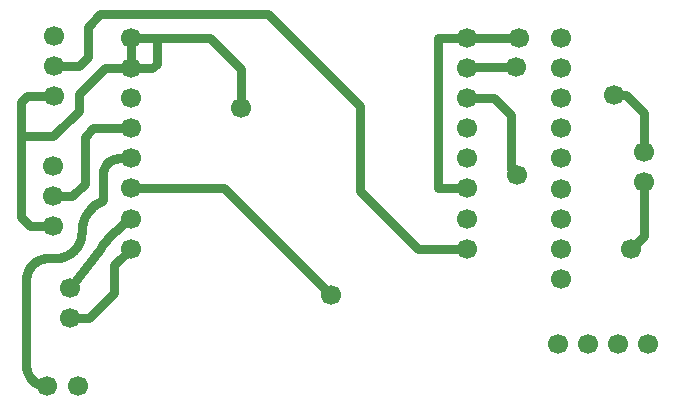
<source format=gbr>
G04 EAGLE Gerber X2 export*
%TF.Part,Single*%
%TF.FileFunction,Copper,L2,Bot,Mixed*%
%TF.FilePolarity,Positive*%
%TF.GenerationSoftware,Autodesk,EAGLE,8.6.0*%
%TF.CreationDate,2018-07-05T08:20:44Z*%
G75*
%MOMM*%
%FSLAX34Y34*%
%LPD*%
%AMOC8*
5,1,8,0,0,1.08239X$1,22.5*%
G01*
%ADD10C,1.700000*%
%ADD11C,0.800000*%


D10*
X14500Y103000D03*
X14500Y77500D03*
X14500Y52000D03*
X14500Y26500D03*
X14500Y1000D03*
X14500Y-24500D03*
X14500Y-50000D03*
X14500Y-75500D03*
X-270500Y103000D03*
X-270500Y77500D03*
X-270500Y52000D03*
X-270500Y26500D03*
X-270500Y1000D03*
X-270500Y-24500D03*
X-270500Y-50000D03*
X-270500Y-75500D03*
X94100Y-101100D03*
X94100Y-75600D03*
X94100Y-50100D03*
X94100Y-24600D03*
X94100Y900D03*
X94100Y26400D03*
X94100Y51900D03*
X94100Y77400D03*
X94100Y102900D03*
X-315400Y-192000D03*
X-340900Y-192000D03*
X164000Y6100D03*
X164000Y-19400D03*
X91250Y-156000D03*
X116750Y-156000D03*
X142250Y-156000D03*
X167750Y-156000D03*
X-321500Y-108400D03*
X-321500Y-133900D03*
X-336000Y-31000D03*
X-336000Y-5500D03*
X-336000Y-56500D03*
X-335500Y79500D03*
X-335500Y105000D03*
X-335500Y54000D03*
X-101000Y-115000D03*
D11*
X-191500Y-24500D01*
X-270500Y-24500D01*
X-10000Y-24500D02*
X14500Y-24500D01*
X-10000Y-24500D02*
X-10000Y103000D01*
X14500Y103000D01*
D10*
X58000Y103000D03*
D11*
X14500Y103000D01*
X-340900Y-192000D02*
X-341337Y-191995D01*
X-341774Y-191979D01*
X-342211Y-191952D01*
X-342647Y-191916D01*
X-343082Y-191868D01*
X-343515Y-191810D01*
X-343947Y-191742D01*
X-344377Y-191663D01*
X-344806Y-191574D01*
X-345232Y-191474D01*
X-345655Y-191364D01*
X-346076Y-191244D01*
X-346493Y-191114D01*
X-346908Y-190974D01*
X-347318Y-190824D01*
X-347725Y-190664D01*
X-348128Y-190494D01*
X-348527Y-190314D01*
X-348922Y-190125D01*
X-349311Y-189927D01*
X-349696Y-189719D01*
X-350076Y-189502D01*
X-350450Y-189275D01*
X-350819Y-189040D01*
X-351182Y-188796D01*
X-351539Y-188543D01*
X-351890Y-188282D01*
X-352234Y-188012D01*
X-352572Y-187734D01*
X-352903Y-187448D01*
X-353226Y-187154D01*
X-353543Y-186852D01*
X-353852Y-186543D01*
X-354154Y-186226D01*
X-354448Y-185903D01*
X-354734Y-185572D01*
X-355012Y-185234D01*
X-355282Y-184890D01*
X-355543Y-184539D01*
X-355796Y-184182D01*
X-356040Y-183819D01*
X-356275Y-183450D01*
X-356502Y-183076D01*
X-356719Y-182696D01*
X-356927Y-182311D01*
X-357125Y-181922D01*
X-357314Y-181527D01*
X-357494Y-181128D01*
X-357664Y-180725D01*
X-357824Y-180318D01*
X-357974Y-179908D01*
X-358114Y-179493D01*
X-358244Y-179076D01*
X-358364Y-178655D01*
X-358474Y-178232D01*
X-358574Y-177806D01*
X-358663Y-177377D01*
X-358742Y-176947D01*
X-358810Y-176515D01*
X-358868Y-176082D01*
X-358916Y-175647D01*
X-358952Y-175211D01*
X-358979Y-174774D01*
X-358995Y-174337D01*
X-359000Y-173900D01*
X-359000Y-102000D02*
X-358995Y-101553D01*
X-358978Y-101106D01*
X-358951Y-100660D01*
X-358914Y-100214D01*
X-358865Y-99770D01*
X-358806Y-99327D01*
X-358736Y-98885D01*
X-358655Y-98446D01*
X-358564Y-98008D01*
X-358462Y-97573D01*
X-358350Y-97140D01*
X-358228Y-96710D01*
X-358095Y-96283D01*
X-357951Y-95860D01*
X-357798Y-95440D01*
X-357634Y-95024D01*
X-357461Y-94612D01*
X-357277Y-94204D01*
X-357084Y-93801D01*
X-356881Y-93403D01*
X-356668Y-93009D01*
X-356446Y-92621D01*
X-356215Y-92239D01*
X-355975Y-91862D01*
X-355725Y-91491D01*
X-355467Y-91126D01*
X-355200Y-90767D01*
X-354924Y-90416D01*
X-354640Y-90070D01*
X-354347Y-89732D01*
X-354047Y-89401D01*
X-353739Y-89078D01*
X-353422Y-88761D01*
X-353099Y-88453D01*
X-352768Y-88153D01*
X-352430Y-87860D01*
X-352084Y-87576D01*
X-351733Y-87300D01*
X-351374Y-87033D01*
X-351009Y-86775D01*
X-350638Y-86525D01*
X-350261Y-86285D01*
X-349879Y-86054D01*
X-349491Y-85832D01*
X-349097Y-85619D01*
X-348699Y-85416D01*
X-348296Y-85223D01*
X-347888Y-85039D01*
X-347476Y-84866D01*
X-347060Y-84702D01*
X-346640Y-84549D01*
X-346217Y-84405D01*
X-345790Y-84272D01*
X-345360Y-84150D01*
X-344927Y-84038D01*
X-344492Y-83936D01*
X-344054Y-83845D01*
X-343615Y-83764D01*
X-343173Y-83694D01*
X-342730Y-83635D01*
X-342286Y-83586D01*
X-341840Y-83549D01*
X-341394Y-83522D01*
X-340947Y-83505D01*
X-340500Y-83500D01*
X-334500Y-83500D01*
X-333956Y-83493D01*
X-333413Y-83474D01*
X-332870Y-83441D01*
X-332328Y-83395D01*
X-331788Y-83336D01*
X-331249Y-83264D01*
X-330712Y-83179D01*
X-330177Y-83081D01*
X-329645Y-82970D01*
X-329115Y-82846D01*
X-328589Y-82710D01*
X-328066Y-82561D01*
X-327547Y-82399D01*
X-327032Y-82225D01*
X-326521Y-82038D01*
X-326015Y-81839D01*
X-325514Y-81628D01*
X-325018Y-81405D01*
X-324528Y-81170D01*
X-324044Y-80923D01*
X-323565Y-80664D01*
X-323093Y-80394D01*
X-322628Y-80113D01*
X-322170Y-79821D01*
X-321719Y-79517D01*
X-321275Y-79203D01*
X-320839Y-78878D01*
X-320411Y-78543D01*
X-319991Y-78197D01*
X-319580Y-77841D01*
X-319177Y-77476D01*
X-318783Y-77101D01*
X-318399Y-76717D01*
X-318024Y-76323D01*
X-317659Y-75920D01*
X-317303Y-75509D01*
X-316957Y-75089D01*
X-316622Y-74661D01*
X-316297Y-74225D01*
X-315983Y-73781D01*
X-315679Y-73330D01*
X-315387Y-72872D01*
X-315106Y-72407D01*
X-314836Y-71935D01*
X-314577Y-71456D01*
X-314330Y-70972D01*
X-314095Y-70482D01*
X-313872Y-69986D01*
X-313661Y-69485D01*
X-313462Y-68979D01*
X-313275Y-68468D01*
X-313101Y-67953D01*
X-312939Y-67434D01*
X-312790Y-66911D01*
X-312654Y-66385D01*
X-312530Y-65855D01*
X-312419Y-65323D01*
X-312321Y-64788D01*
X-312236Y-64251D01*
X-312164Y-63712D01*
X-312105Y-63172D01*
X-312059Y-62630D01*
X-312026Y-62087D01*
X-312007Y-61544D01*
X-312000Y-61000D01*
X-312001Y-61000D02*
X-311993Y-60313D01*
X-311968Y-59627D01*
X-311926Y-58942D01*
X-311868Y-58258D01*
X-311794Y-57575D01*
X-311703Y-56894D01*
X-311596Y-56216D01*
X-311472Y-55541D01*
X-311332Y-54868D01*
X-311176Y-54200D01*
X-311004Y-53535D01*
X-310816Y-52875D01*
X-310611Y-52219D01*
X-310392Y-51569D01*
X-310156Y-50924D01*
X-309905Y-50285D01*
X-309639Y-49652D01*
X-309357Y-49025D01*
X-309060Y-48406D01*
X-308749Y-47794D01*
X-308423Y-47190D01*
X-308082Y-46594D01*
X-307727Y-46006D01*
X-307358Y-45427D01*
X-306975Y-44857D01*
X-306578Y-44296D01*
X-306168Y-43746D01*
X-305745Y-43205D01*
X-305309Y-42674D01*
X-304860Y-42155D01*
X-304399Y-41646D01*
X-303926Y-41149D01*
X-303441Y-40663D01*
X-302944Y-40189D01*
X-302436Y-39727D01*
X-301916Y-39277D01*
X-301387Y-38841D01*
X-300846Y-38417D01*
X-300296Y-38006D01*
X-299736Y-37609D01*
X-299167Y-37225D01*
X-298588Y-36855D01*
X-298001Y-36500D01*
X-298000Y-36500D02*
X-297874Y-36498D01*
X-297749Y-36492D01*
X-297624Y-36482D01*
X-297499Y-36468D01*
X-297374Y-36451D01*
X-297250Y-36429D01*
X-297127Y-36404D01*
X-297005Y-36374D01*
X-296884Y-36341D01*
X-296764Y-36304D01*
X-296645Y-36264D01*
X-296528Y-36219D01*
X-296411Y-36171D01*
X-296297Y-36119D01*
X-296184Y-36064D01*
X-296073Y-36005D01*
X-295964Y-35943D01*
X-295857Y-35877D01*
X-295752Y-35808D01*
X-295649Y-35736D01*
X-295548Y-35661D01*
X-295450Y-35582D01*
X-295355Y-35500D01*
X-295262Y-35416D01*
X-295172Y-35328D01*
X-295084Y-35238D01*
X-295000Y-35145D01*
X-294918Y-35050D01*
X-294839Y-34952D01*
X-294764Y-34851D01*
X-294692Y-34748D01*
X-294623Y-34643D01*
X-294557Y-34536D01*
X-294495Y-34427D01*
X-294436Y-34316D01*
X-294381Y-34203D01*
X-294329Y-34089D01*
X-294281Y-33972D01*
X-294236Y-33855D01*
X-294196Y-33736D01*
X-294159Y-33616D01*
X-294126Y-33495D01*
X-294096Y-33373D01*
X-294071Y-33250D01*
X-294049Y-33126D01*
X-294032Y-33001D01*
X-294018Y-32876D01*
X-294008Y-32751D01*
X-294002Y-32626D01*
X-294000Y-32500D01*
X-294000Y-12500D01*
X-293996Y-12174D01*
X-293984Y-11848D01*
X-293965Y-11522D01*
X-293937Y-11197D01*
X-293902Y-10873D01*
X-293858Y-10549D01*
X-293807Y-10227D01*
X-293748Y-9906D01*
X-293682Y-9587D01*
X-293608Y-9269D01*
X-293526Y-8953D01*
X-293436Y-8640D01*
X-293339Y-8328D01*
X-293235Y-8019D01*
X-293123Y-7713D01*
X-293003Y-7409D01*
X-292877Y-7109D01*
X-292743Y-6811D01*
X-292602Y-6517D01*
X-292454Y-6226D01*
X-292299Y-5939D01*
X-292137Y-5656D01*
X-291968Y-5377D01*
X-291792Y-5102D01*
X-291610Y-4831D01*
X-291422Y-4565D01*
X-291227Y-4303D01*
X-291026Y-4046D01*
X-290818Y-3795D01*
X-290605Y-3548D01*
X-290386Y-3306D01*
X-290161Y-3070D01*
X-289930Y-2839D01*
X-289694Y-2614D01*
X-289452Y-2395D01*
X-289205Y-2182D01*
X-288954Y-1974D01*
X-288697Y-1773D01*
X-288435Y-1578D01*
X-288169Y-1390D01*
X-287898Y-1208D01*
X-287623Y-1032D01*
X-287344Y-863D01*
X-287061Y-701D01*
X-286774Y-546D01*
X-286483Y-398D01*
X-286189Y-257D01*
X-285891Y-123D01*
X-285591Y3D01*
X-285287Y123D01*
X-284981Y235D01*
X-284672Y339D01*
X-284360Y436D01*
X-284047Y526D01*
X-283731Y608D01*
X-283413Y682D01*
X-283094Y748D01*
X-282773Y807D01*
X-282451Y858D01*
X-282127Y902D01*
X-281803Y937D01*
X-281478Y965D01*
X-281152Y984D01*
X-280826Y996D01*
X-280500Y1000D01*
X-270500Y1000D01*
X-359000Y-102000D02*
X-359000Y-173900D01*
D10*
X57000Y-13500D03*
D11*
X51500Y-8000D01*
X51500Y38000D01*
X37500Y52000D01*
X14500Y52000D01*
X-320000Y-31000D02*
X-336000Y-31000D01*
X-302000Y26500D02*
X-270500Y26500D01*
X-309500Y-20500D02*
X-320000Y-31000D01*
X-309500Y-20500D02*
X-309500Y19000D01*
X-302000Y26500D01*
X-314500Y79500D02*
X-335500Y79500D01*
X-307000Y87000D02*
X-307000Y112500D01*
X-296660Y122840D01*
X-76000Y45000D02*
X-76000Y-27000D01*
X-42000Y-61000D01*
X-41500Y-61000D01*
X-27000Y-75500D01*
X14500Y-75500D01*
X-307000Y87000D02*
X-314500Y79500D01*
X-296660Y122840D02*
X-153840Y122840D01*
X-76000Y45000D01*
X-270500Y-75500D02*
X-284500Y-89500D01*
X-305400Y-133900D02*
X-321500Y-133900D01*
X-284500Y-113000D02*
X-284500Y-89500D01*
X-284500Y-113000D02*
X-305400Y-133900D01*
D10*
X56000Y78500D03*
D11*
X15500Y78500D01*
X14500Y77500D01*
D10*
X153500Y-75500D03*
D11*
X164000Y-65000D02*
X164000Y-19400D01*
X164000Y-65000D02*
X153500Y-75500D01*
X-335500Y54000D02*
X-358500Y54000D01*
X-355500Y-56500D02*
X-336000Y-56500D01*
X-355500Y-56500D02*
X-363500Y-48500D01*
X-363500Y49000D02*
X-358500Y54000D01*
X-363500Y49000D02*
X-363500Y19500D01*
X-363500Y-48500D01*
X-363500Y19500D02*
X-336000Y19500D01*
X-314500Y41000D01*
X-314500Y55500D01*
X-292500Y77500D01*
X-270500Y77500D01*
X-252000Y77500D01*
X-248500Y81000D01*
X-270500Y77500D02*
X-270500Y103000D01*
X-248500Y103000D01*
X-248500Y81000D01*
X164000Y39500D02*
X164000Y6100D01*
D10*
X138500Y55000D03*
D11*
X148500Y55000D02*
X164000Y39500D01*
X148500Y55000D02*
X138500Y55000D01*
X-203000Y103000D02*
X-270500Y103000D01*
D10*
X-177000Y43500D03*
D11*
X-177000Y77000D02*
X-203000Y103000D01*
X-177000Y77000D02*
X-177000Y43500D01*
X-296000Y-74500D02*
X-321500Y-108400D01*
X-296000Y-74500D02*
X-294452Y-72491D01*
X-292858Y-70517D01*
X-291220Y-68581D01*
X-289537Y-66682D01*
X-287812Y-64823D01*
X-286044Y-63003D01*
X-284235Y-61225D01*
X-282386Y-59489D01*
X-280497Y-57795D01*
X-278570Y-56145D01*
X-276606Y-54540D01*
X-274605Y-52980D01*
X-272570Y-51467D01*
X-270500Y-50000D01*
M02*

</source>
